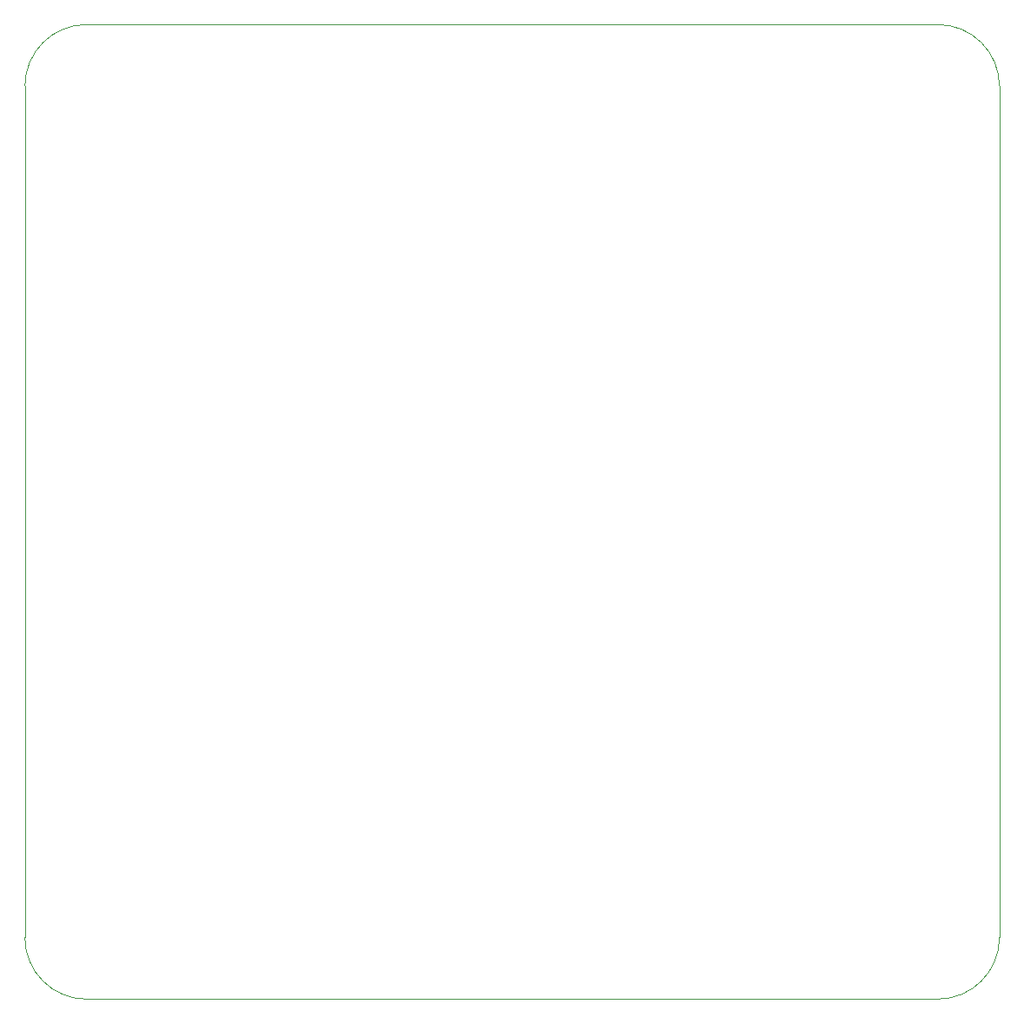
<source format=gm1>
G04 #@! TF.GenerationSoftware,KiCad,Pcbnew,(5.1.5)-3*
G04 #@! TF.CreationDate,2021-06-20T10:01:24-04:00*
G04 #@! TF.ProjectId,FrontPanel02,46726f6e-7450-4616-9e65-6c30322e6b69,X1*
G04 #@! TF.SameCoordinates,Original*
G04 #@! TF.FileFunction,Profile,NP*
%FSLAX46Y46*%
G04 Gerber Fmt 4.6, Leading zero omitted, Abs format (unit mm)*
G04 Created by KiCad (PCBNEW (5.1.5)-3) date 2021-06-20 10:01:24*
%MOMM*%
%LPD*%
G04 APERTURE LIST*
%ADD10C,0.100000*%
G04 APERTURE END LIST*
D10*
X10000000Y-99000000D02*
X10000000Y-16000000D01*
X99000000Y-105000000D02*
X16000000Y-105000000D01*
X105000000Y-16000000D02*
X105000000Y-99000000D01*
X16000000Y-10000000D02*
X99000000Y-10000000D01*
X10000000Y-99000000D02*
G75*
G03X16000000Y-105000000I6000000J0D01*
G01*
X99000000Y-105000000D02*
G75*
G03X105000000Y-99000000I0J6000000D01*
G01*
X105000000Y-16000000D02*
G75*
G03X99000000Y-10000000I-6000000J0D01*
G01*
X16000000Y-10000000D02*
G75*
G03X10000000Y-16000000I0J-6000000D01*
G01*
M02*

</source>
